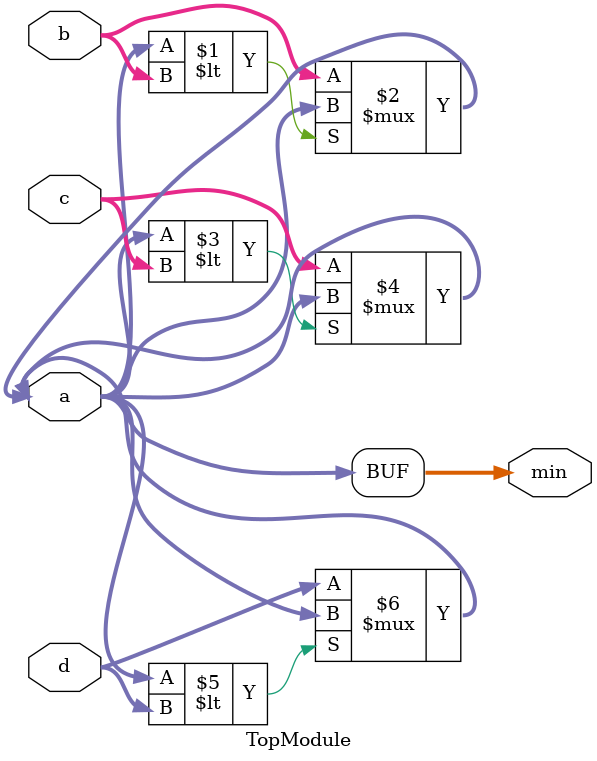
<source format=sv>

module TopModule (
  input [7:0] a,
  input [7:0] b,
  input [7:0] c,
  input [7:0] d,
  output reg [7:0] min
);

// Initialize the minimum value to the first input
reg [7:0] min = a;

// Compare each input with the current minimum and update if necessary
assign min = min < b ? min : b;
assign min = min < c ? min : c;
assign min = min < d ? min : d;

endmodule

// VERILOG-EVAL: errant inclusion of module definition

</source>
